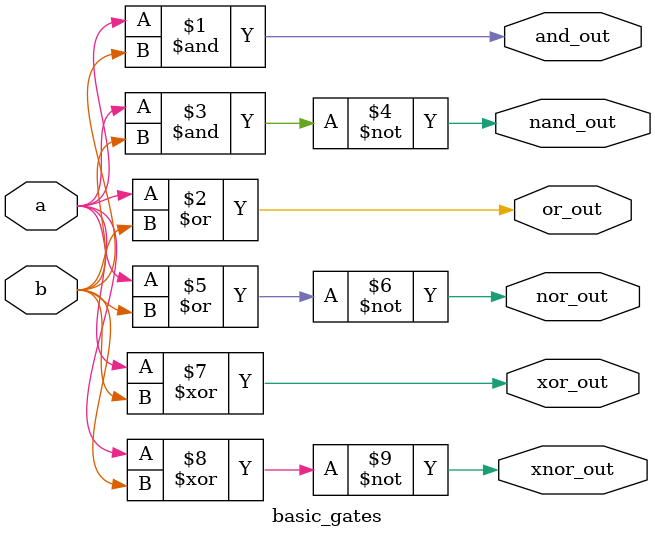
<source format=v>
module basic_gates (
    input wire a,
    input wire b,
    output wire and_out,
    output wire or_out,
    output wire nand_out,
    output wire nor_out,
    output wire xor_out,
    output wire xnor_out
);

    assign and_out  = a & b;
    assign or_out   = a | b;
    assign nand_out = ~(a & b);
    assign nor_out  = ~(a | b);
    assign xor_out  = a ^ b;
    assign xnor_out = ~(a ^ b);

endmodule

</source>
